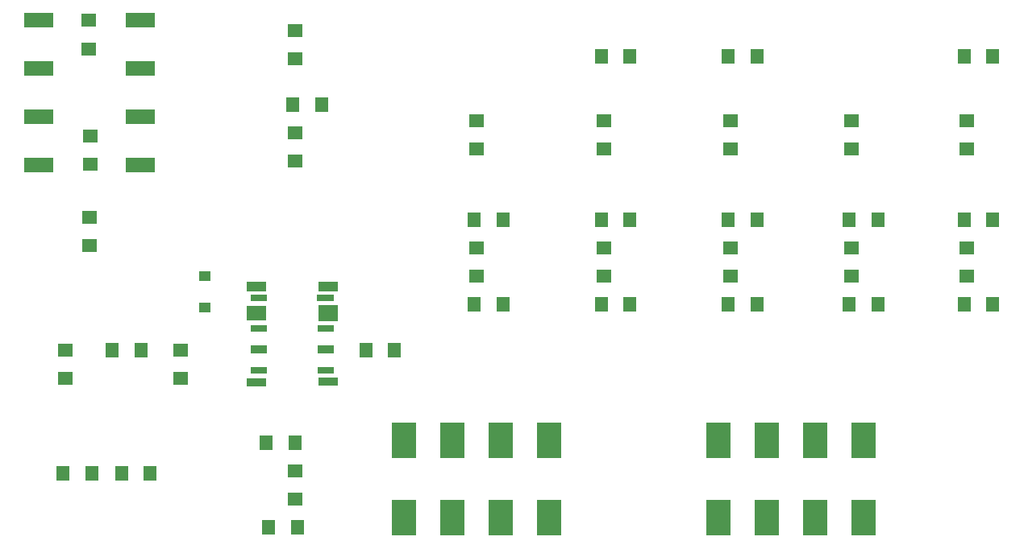
<source format=gtp>
G04 Layer_Color=8421504*
%FSLAX44Y44*%
%MOMM*%
G71*
G01*
G75*
%ADD10R,1.2700X1.0160*%
%ADD11R,2.5400X3.8100*%
%ADD12R,1.4000X1.6000*%
%ADD13R,3.0480X1.5240*%
%ADD14R,1.8000X0.8000*%
%ADD15R,2.1000X1.7000*%
%ADD16R,2.1000X1.0000*%
%ADD17R,2.1000X0.8000*%
%ADD18R,2.1000X1.6000*%
%ADD19R,1.6000X1.4000*%
%ADD37R,1.9800X1.3970*%
%ADD38R,2.0000X0.8750*%
%ADD39R,2.0000X0.9000*%
%ADD40R,2.0250X0.8750*%
%ADD41R,1.9250X0.8500*%
%ADD42R,1.7780X0.8636*%
%ADD43R,1.6510X0.7620*%
%ADD44R,1.7780X0.7620*%
%ADD45R,1.7780X0.8890*%
%ADD46R,2.0320X1.3970*%
D10*
X254950Y428940D02*
D03*
Y461960D02*
D03*
D11*
X616900Y289250D02*
D03*
Y207950D02*
D03*
X566100Y289250D02*
D03*
Y207950D02*
D03*
X515300Y289250D02*
D03*
Y207950D02*
D03*
X464500Y289250D02*
D03*
Y207950D02*
D03*
X947100Y289250D02*
D03*
Y207950D02*
D03*
X896300Y289250D02*
D03*
Y207950D02*
D03*
X845500Y289250D02*
D03*
Y207950D02*
D03*
X794700Y289250D02*
D03*
Y207950D02*
D03*
D12*
X167800Y254950D02*
D03*
X197800D02*
D03*
X377900Y642300D02*
D03*
X347900D02*
D03*
X187971Y384511D02*
D03*
X157971D02*
D03*
X454136Y384194D02*
D03*
X424136D02*
D03*
X106600Y254950D02*
D03*
X136600D02*
D03*
X962100Y521650D02*
D03*
X932100D02*
D03*
X962100Y432750D02*
D03*
X932100D02*
D03*
X1052750Y521650D02*
D03*
X1082750D02*
D03*
X1052750Y432750D02*
D03*
X1082750D02*
D03*
X701750Y521650D02*
D03*
X671750D02*
D03*
X701750Y432750D02*
D03*
X671750D02*
D03*
X805100Y521650D02*
D03*
X835100D02*
D03*
X805100Y432750D02*
D03*
X835100D02*
D03*
X568400Y521650D02*
D03*
X538400D02*
D03*
X568400Y432750D02*
D03*
X538400D02*
D03*
X805100Y693100D02*
D03*
X835100D02*
D03*
X1082750D02*
D03*
X1052750D02*
D03*
X671750D02*
D03*
X701750D02*
D03*
X319888Y286917D02*
D03*
X349888D02*
D03*
X322500Y197800D02*
D03*
X352500D02*
D03*
D13*
X187600Y578800D02*
D03*
X81000D02*
D03*
X187600Y629600D02*
D03*
X81000D02*
D03*
X187600Y680400D02*
D03*
X81000D02*
D03*
X187600Y731200D02*
D03*
X81000D02*
D03*
D14*
X382100Y407100D02*
D03*
Y363100D02*
D03*
Y385100D02*
D03*
Y439100D02*
D03*
X312100D02*
D03*
Y363100D02*
D03*
Y385100D02*
D03*
Y407100D02*
D03*
D15*
X384600Y423100D02*
D03*
D16*
Y451100D02*
D03*
X309600D02*
D03*
D17*
X384600Y351100D02*
D03*
X309600D02*
D03*
D18*
Y423100D02*
D03*
D19*
X350200Y582850D02*
D03*
Y612850D02*
D03*
X108900Y384250D02*
D03*
Y354250D02*
D03*
X229550D02*
D03*
Y384250D02*
D03*
X134950Y609509D02*
D03*
Y579509D02*
D03*
X934400Y462200D02*
D03*
Y492200D02*
D03*
X1055050D02*
D03*
Y462200D02*
D03*
X674050D02*
D03*
Y492200D02*
D03*
X807400D02*
D03*
Y462200D02*
D03*
X540700D02*
D03*
Y492200D02*
D03*
X350200Y227250D02*
D03*
Y257250D02*
D03*
X807400Y625550D02*
D03*
Y595550D02*
D03*
X1055050D02*
D03*
Y625550D02*
D03*
X934400D02*
D03*
Y595550D02*
D03*
X350200Y690800D02*
D03*
Y720800D02*
D03*
X134300Y523950D02*
D03*
Y493950D02*
D03*
X674050Y595550D02*
D03*
Y625550D02*
D03*
X540700D02*
D03*
Y595550D02*
D03*
X133695Y700987D02*
D03*
Y730987D02*
D03*
D37*
X384750Y423225D02*
D03*
D38*
X309600Y350725D02*
D03*
D39*
X384600Y351100D02*
D03*
D40*
X309725Y450975D02*
D03*
D41*
X384975Y450850D02*
D03*
D42*
X312100Y384998D02*
D03*
D43*
X381315Y439100D02*
D03*
D44*
X312100D02*
D03*
Y407350D02*
D03*
Y362900D02*
D03*
X381950D02*
D03*
Y407350D02*
D03*
D45*
Y385125D02*
D03*
D46*
X309560Y423225D02*
D03*
M02*

</source>
